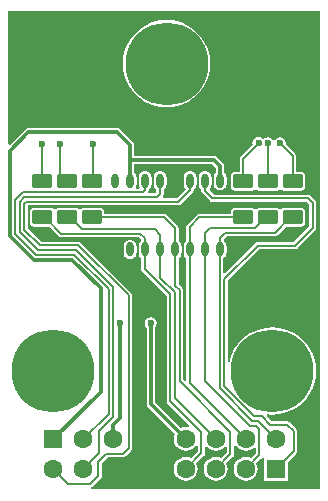
<source format=gbl>
G04 Layer_Physical_Order=2*
G04 Layer_Color=16711680*
%FSLAX44Y44*%
%MOMM*%
G71*
G01*
G75*
%ADD12C,0.2000*%
%ADD15C,0.3000*%
%ADD16C,7.0000*%
%ADD17C,1.6000*%
%ADD18R,1.6000X1.6000*%
%ADD19C,0.6000*%
%ADD20O,0.7000X1.2000*%
G04:AMPARAMS|DCode=21|XSize=1.2mm|YSize=1.7mm|CornerRadius=0.12mm|HoleSize=0mm|Usage=FLASHONLY|Rotation=270.000|XOffset=0mm|YOffset=0mm|HoleType=Round|Shape=RoundedRectangle|*
%AMROUNDEDRECTD21*
21,1,1.2000,1.4600,0,0,270.0*
21,1,0.9600,1.7000,0,0,270.0*
1,1,0.2400,-0.7300,-0.4800*
1,1,0.2400,-0.7300,0.4800*
1,1,0.2400,0.7300,0.4800*
1,1,0.2400,0.7300,-0.4800*
%
%ADD21ROUNDEDRECTD21*%
G36*
X267196Y2804D02*
X73464D01*
X73316Y4304D01*
X73921Y4424D01*
X74913Y5087D01*
X81663Y11837D01*
X82326Y12829D01*
X82559Y14000D01*
X82559Y14000D01*
Y24733D01*
X87517Y29691D01*
X100250D01*
X100250Y29691D01*
X101420Y29924D01*
X102413Y30587D01*
X107163Y35337D01*
X107163Y35337D01*
X107826Y36330D01*
X108059Y37500D01*
Y166677D01*
X108059Y166678D01*
X107826Y167848D01*
X107163Y168841D01*
X64591Y211413D01*
X63598Y212076D01*
X62428Y212309D01*
X62428Y212309D01*
X30945D01*
X19809Y223445D01*
Y242941D01*
X147000D01*
X147000Y242941D01*
X148170Y243174D01*
X149163Y243837D01*
X159213Y253887D01*
X159876Y254879D01*
X160109Y256050D01*
X160109Y256050D01*
Y256915D01*
X160973Y257577D01*
X161854Y258726D01*
X162408Y260064D01*
X162597Y261500D01*
Y266500D01*
X162408Y267936D01*
X161854Y269274D01*
X160973Y270423D01*
X159824Y271304D01*
X158486Y271858D01*
X157050Y272047D01*
X155614Y271858D01*
X154276Y271304D01*
X153127Y270423D01*
X152246Y269274D01*
X151692Y267936D01*
X151503Y266500D01*
Y261500D01*
X151692Y260064D01*
X152246Y258726D01*
X153127Y257577D01*
X153196Y256522D01*
X145733Y249059D01*
X134344D01*
X133997Y249897D01*
X133861Y250559D01*
X134476Y251479D01*
X134709Y252650D01*
Y256915D01*
X135573Y257577D01*
X136454Y258726D01*
X137008Y260064D01*
X137197Y261500D01*
Y266500D01*
X137008Y267936D01*
X136454Y269274D01*
X135573Y270423D01*
X134424Y271304D01*
X133086Y271858D01*
X131650Y272047D01*
X130214Y271858D01*
X128876Y271304D01*
X127727Y270423D01*
X126846Y269274D01*
X126292Y267936D01*
X126103Y266500D01*
Y261500D01*
X126292Y260064D01*
X126846Y258726D01*
X127727Y257577D01*
X128591Y256915D01*
Y253917D01*
X127733Y253059D01*
X122430D01*
X121629Y254559D01*
X121776Y254779D01*
X122009Y255950D01*
X122009Y255950D01*
Y256915D01*
X122873Y257577D01*
X123754Y258726D01*
X124308Y260064D01*
X124497Y261500D01*
Y266500D01*
X124308Y267936D01*
X123754Y269274D01*
X122873Y270423D01*
X121724Y271304D01*
X120386Y271858D01*
X118950Y272047D01*
X117514Y271858D01*
X116176Y271304D01*
X115027Y270423D01*
X114146Y269274D01*
X113592Y267936D01*
X113403Y266500D01*
Y261500D01*
X113592Y260064D01*
X114146Y258726D01*
X114274Y258559D01*
X113535Y257059D01*
X111665D01*
X110926Y258559D01*
X111054Y258726D01*
X111608Y260064D01*
X111797Y261500D01*
Y266500D01*
X111608Y267936D01*
X111054Y269274D01*
X110173Y270423D01*
X109819Y270694D01*
Y277931D01*
X175522D01*
X178881Y274572D01*
Y270694D01*
X178527Y270423D01*
X177646Y269274D01*
X177092Y267936D01*
X176903Y266500D01*
Y261500D01*
X177092Y260064D01*
X177646Y258726D01*
X178527Y257577D01*
X179676Y256696D01*
X181014Y256142D01*
X182450Y255952D01*
X183886Y256142D01*
X185224Y256696D01*
X186373Y257577D01*
X187254Y258726D01*
X187808Y260064D01*
X187997Y261500D01*
Y266500D01*
X187808Y267936D01*
X187254Y269274D01*
X186373Y270423D01*
X186019Y270694D01*
Y276050D01*
X185747Y277416D01*
X184973Y278573D01*
X179523Y284023D01*
X178366Y284797D01*
X177000Y285069D01*
X109819D01*
Y294000D01*
X109547Y295366D01*
X108773Y296523D01*
X97523Y307773D01*
X96366Y308547D01*
X95000Y308819D01*
X20250D01*
X18884Y308547D01*
X17727Y307773D01*
X4190Y294236D01*
X2804Y294810D01*
Y407196D01*
X267196D01*
Y2804D01*
D02*
G37*
%LPC*%
G36*
X137110Y400079D02*
X132270Y399762D01*
X127513Y398816D01*
X122920Y397257D01*
X118570Y395112D01*
X114537Y392417D01*
X110891Y389219D01*
X107693Y385573D01*
X104998Y381540D01*
X102853Y377190D01*
X101294Y372597D01*
X100348Y367840D01*
X100031Y363000D01*
X100348Y358160D01*
X101294Y353403D01*
X102853Y348810D01*
X104998Y344460D01*
X107693Y340428D01*
X110891Y336781D01*
X114537Y333583D01*
X118570Y330888D01*
X122920Y328743D01*
X127513Y327184D01*
X132270Y326238D01*
X137110Y325921D01*
X141950Y326238D01*
X146707Y327184D01*
X151300Y328743D01*
X155650Y330888D01*
X159683Y333583D01*
X163329Y336781D01*
X166527Y340428D01*
X169222Y344460D01*
X171367Y348810D01*
X172926Y353403D01*
X173872Y358160D01*
X174189Y363000D01*
X173872Y367840D01*
X172926Y372597D01*
X171367Y377190D01*
X169222Y381540D01*
X166527Y385573D01*
X163329Y389219D01*
X159683Y392417D01*
X155650Y395112D01*
X151300Y397257D01*
X146707Y398816D01*
X141950Y399762D01*
X137110Y400079D01*
D02*
G37*
G36*
X215000Y300848D02*
X213049Y300460D01*
X211395Y299355D01*
X210290Y297701D01*
X209902Y295750D01*
X210072Y294897D01*
X199837Y284663D01*
X199174Y283671D01*
X198941Y282500D01*
X198941Y282500D01*
Y271563D01*
X194700D01*
X193451Y271314D01*
X192393Y270607D01*
X191686Y269549D01*
X191437Y268300D01*
Y258700D01*
X191686Y257451D01*
X192393Y256393D01*
X193451Y255686D01*
X194700Y255437D01*
X209300D01*
X210549Y255686D01*
X211607Y256393D01*
X213393D01*
X214452Y255686D01*
X215700Y255437D01*
X230300D01*
X231549Y255686D01*
X232607Y256393D01*
X234393D01*
X235451Y255686D01*
X236700Y255437D01*
X251300D01*
X252549Y255686D01*
X253607Y256393D01*
X254314Y257451D01*
X254563Y258700D01*
Y268300D01*
X254314Y269549D01*
X253607Y270607D01*
X252549Y271314D01*
X251300Y271563D01*
X247059D01*
Y284500D01*
X247059Y284500D01*
X246826Y285671D01*
X246163Y286663D01*
X237970Y294856D01*
X238098Y295500D01*
X237710Y297451D01*
X236605Y299105D01*
X234951Y300210D01*
X233000Y300598D01*
X231049Y300210D01*
X229395Y299105D01*
X228902Y298367D01*
X227098D01*
X226605Y299105D01*
X224951Y300210D01*
X223000Y300598D01*
X221049Y300210D01*
X220211Y299650D01*
X218787Y299388D01*
X218020Y299746D01*
X216951Y300460D01*
X215000Y300848D01*
D02*
G37*
G36*
X169750Y272047D02*
X168314Y271858D01*
X166976Y271304D01*
X165827Y270423D01*
X164946Y269274D01*
X164392Y267936D01*
X164203Y266500D01*
Y261500D01*
X164392Y260064D01*
X164946Y258726D01*
X165827Y257577D01*
X166691Y256915D01*
Y255250D01*
X166691Y255250D01*
X166924Y254079D01*
X167587Y253087D01*
X173837Y246837D01*
X173837Y246837D01*
X174830Y246174D01*
X176000Y245941D01*
X176000Y245941D01*
X255733D01*
X257941Y243733D01*
Y225267D01*
X244733Y212059D01*
X214250D01*
X214250Y212059D01*
X213079Y211826D01*
X212087Y211163D01*
X212087Y211163D01*
X186445Y185520D01*
X185059Y186094D01*
Y198377D01*
X185224Y198446D01*
X186373Y199327D01*
X187254Y200476D01*
X187808Y201814D01*
X187997Y203250D01*
Y208250D01*
X187808Y209686D01*
X187254Y211024D01*
X186373Y212173D01*
X185509Y212836D01*
Y214433D01*
X188017Y216941D01*
X229000D01*
X229000Y216941D01*
X230171Y217174D01*
X231163Y217837D01*
X238263Y224937D01*
X251300D01*
X252549Y225186D01*
X253607Y225893D01*
X254314Y226952D01*
X254563Y228200D01*
Y237800D01*
X254314Y239049D01*
X253607Y240107D01*
X252549Y240814D01*
X251300Y241063D01*
X236700D01*
X235451Y240814D01*
X234393Y240107D01*
X232607D01*
X231549Y240814D01*
X230300Y241063D01*
X215700D01*
X214452Y240814D01*
X213393Y240107D01*
X211607D01*
X210549Y240814D01*
X209300Y241063D01*
X194700D01*
X193451Y240814D01*
X192393Y240107D01*
X191686Y239049D01*
X191437Y237800D01*
Y236059D01*
X165000D01*
X165000Y236059D01*
X163829Y235826D01*
X162837Y235163D01*
X154887Y227213D01*
X154224Y226221D01*
X153991Y225050D01*
X153991Y225050D01*
Y212836D01*
X153127Y212173D01*
X152246Y211024D01*
X151692Y209686D01*
X151503Y208250D01*
Y203250D01*
X151692Y201814D01*
X152246Y200476D01*
X153127Y199327D01*
X153991Y198664D01*
Y95044D01*
X152605Y94470D01*
X151309Y95767D01*
Y171064D01*
X151309Y171064D01*
X151076Y172234D01*
X150413Y173227D01*
X150413Y173227D01*
X147409Y176231D01*
Y198664D01*
X148273Y199327D01*
X149154Y200476D01*
X149708Y201814D01*
X149897Y203250D01*
Y208250D01*
X149708Y209686D01*
X149154Y211024D01*
X148273Y212173D01*
X147409Y212836D01*
Y223650D01*
X147409Y223650D01*
X147176Y224820D01*
X146513Y225813D01*
X137163Y235163D01*
X136171Y235826D01*
X135000Y236059D01*
X135000Y236059D01*
X84563D01*
Y237800D01*
X84314Y239049D01*
X83607Y240107D01*
X82549Y240814D01*
X81300Y241063D01*
X66700D01*
X65451Y240814D01*
X64393Y240107D01*
X62607D01*
X61549Y240814D01*
X60300Y241063D01*
X45700D01*
X44451Y240814D01*
X43393Y240107D01*
X41607D01*
X40549Y240814D01*
X39300Y241063D01*
X24700D01*
X23451Y240814D01*
X22393Y240107D01*
X21686Y239049D01*
X21437Y237800D01*
Y228200D01*
X21686Y226952D01*
X22393Y225893D01*
X23451Y225186D01*
X24700Y224937D01*
X37737D01*
X45837Y216837D01*
X46829Y216174D01*
X48000Y215941D01*
X113733D01*
X115507Y214167D01*
X115424Y212477D01*
X115027Y212173D01*
X114146Y211024D01*
X113592Y209686D01*
X113403Y208250D01*
Y203250D01*
X113592Y201814D01*
X114146Y200476D01*
X115027Y199327D01*
X115691Y198818D01*
Y189250D01*
X115691Y189250D01*
X115924Y188079D01*
X116587Y187087D01*
X137191Y166483D01*
Y77000D01*
X137191Y77000D01*
X137424Y75830D01*
X138087Y74837D01*
X156554Y56370D01*
X156113Y55347D01*
X155788Y55015D01*
X153350Y55336D01*
X150739Y54993D01*
X149265Y54382D01*
X127319Y76328D01*
Y139371D01*
X127355Y139395D01*
X128460Y141049D01*
X128848Y143000D01*
X128460Y144951D01*
X127355Y146605D01*
X125701Y147710D01*
X123750Y148098D01*
X121799Y147710D01*
X120145Y146605D01*
X119040Y144951D01*
X118652Y143000D01*
X119040Y141049D01*
X120145Y139395D01*
X120181Y139371D01*
Y74850D01*
X120453Y73484D01*
X121227Y72327D01*
X144218Y49335D01*
X143607Y47860D01*
X143264Y45250D01*
X143607Y42639D01*
X144615Y40207D01*
X146218Y38118D01*
X148307Y36515D01*
X150739Y35507D01*
X153350Y35164D01*
X155961Y35507D01*
X158393Y36515D01*
X160482Y38118D01*
X161941Y40019D01*
X162612Y39972D01*
X163441Y39603D01*
Y34267D01*
X157945Y28771D01*
X155961Y29593D01*
X153350Y29936D01*
X150739Y29593D01*
X148307Y28585D01*
X146218Y26982D01*
X144615Y24893D01*
X143607Y22460D01*
X143264Y19850D01*
X143607Y17240D01*
X144615Y14807D01*
X146218Y12718D01*
X148307Y11115D01*
X150739Y10107D01*
X153350Y9764D01*
X155961Y10107D01*
X158393Y11115D01*
X160482Y12718D01*
X162085Y14807D01*
X163093Y17240D01*
X163436Y19850D01*
X163093Y22460D01*
X162271Y24445D01*
X168663Y30837D01*
X169326Y31830D01*
X169559Y33000D01*
X169559Y33000D01*
Y38338D01*
X171059Y38847D01*
X171618Y38118D01*
X173707Y36515D01*
X176140Y35507D01*
X178750Y35164D01*
X181360Y35507D01*
X183793Y36515D01*
X185882Y38118D01*
X186691Y39172D01*
X188191Y38663D01*
Y33617D01*
X183345Y28771D01*
X181360Y29593D01*
X178750Y29936D01*
X176140Y29593D01*
X173707Y28585D01*
X171618Y26982D01*
X170015Y24893D01*
X169007Y22460D01*
X168664Y19850D01*
X169007Y17240D01*
X170015Y14807D01*
X171618Y12718D01*
X173707Y11115D01*
X176140Y10107D01*
X178750Y9764D01*
X181360Y10107D01*
X183793Y11115D01*
X185882Y12718D01*
X187485Y14807D01*
X188493Y17240D01*
X188836Y19850D01*
X188493Y22460D01*
X187671Y24445D01*
X193413Y30187D01*
X193413Y30187D01*
X194076Y31179D01*
X194309Y32350D01*
Y39185D01*
X195809Y39694D01*
X197018Y38118D01*
X199107Y36515D01*
X201539Y35507D01*
X204150Y35164D01*
X206761Y35507D01*
X209193Y36515D01*
X211191Y38048D01*
X211800Y37942D01*
X212691Y37640D01*
Y32717D01*
X208745Y28771D01*
X206761Y29593D01*
X204150Y29936D01*
X201539Y29593D01*
X199107Y28585D01*
X197018Y26982D01*
X195415Y24893D01*
X194407Y22460D01*
X194064Y19850D01*
X194407Y17240D01*
X195415Y14807D01*
X197018Y12718D01*
X199107Y11115D01*
X201539Y10107D01*
X204150Y9764D01*
X206761Y10107D01*
X209193Y11115D01*
X211282Y12718D01*
X212885Y14807D01*
X213893Y17240D01*
X214236Y19850D01*
X213893Y22460D01*
X213071Y24445D01*
X217151Y28525D01*
X218188Y29451D01*
X219550Y29037D01*
X219550Y28522D01*
X219550Y28522D01*
X219550Y28518D01*
Y9850D01*
X239550D01*
Y25524D01*
X246913Y32887D01*
X246913Y32887D01*
X247576Y33879D01*
X247809Y35050D01*
X247809Y35050D01*
Y51750D01*
X247576Y52920D01*
X246913Y53913D01*
X241663Y59163D01*
X240671Y59826D01*
X239500Y60059D01*
X239500Y60059D01*
X226267D01*
X221836Y64489D01*
X222498Y65949D01*
X226750Y65671D01*
X231590Y65988D01*
X236347Y66934D01*
X240940Y68493D01*
X245290Y70638D01*
X249322Y73333D01*
X252969Y76531D01*
X256167Y80177D01*
X258862Y84210D01*
X261007Y88560D01*
X262566Y93153D01*
X263512Y97910D01*
X263829Y102750D01*
X263512Y107590D01*
X262566Y112347D01*
X261007Y116940D01*
X258862Y121290D01*
X256167Y125323D01*
X252969Y128969D01*
X249322Y132167D01*
X245290Y134862D01*
X240940Y137007D01*
X236347Y138566D01*
X231590Y139512D01*
X226750Y139829D01*
X221910Y139512D01*
X217153Y138566D01*
X212560Y137007D01*
X208210Y134862D01*
X204177Y132167D01*
X200531Y128969D01*
X197333Y125323D01*
X194638Y121290D01*
X192493Y116940D01*
X190934Y112347D01*
X190559Y110460D01*
X189059Y110608D01*
Y179483D01*
X215517Y205941D01*
X246000D01*
X246000Y205941D01*
X247171Y206174D01*
X248163Y206837D01*
X263163Y221837D01*
X263163Y221837D01*
X263826Y222829D01*
X264059Y224000D01*
X264059Y224000D01*
Y245000D01*
X264059Y245000D01*
X263826Y246171D01*
X263163Y247163D01*
X263163Y247163D01*
X259163Y251163D01*
X258171Y251826D01*
X257000Y252059D01*
X257000Y252059D01*
X177267D01*
X173627Y255699D01*
X173673Y257577D01*
X174554Y258726D01*
X175108Y260064D01*
X175297Y261500D01*
Y266500D01*
X175108Y267936D01*
X174554Y269274D01*
X173673Y270423D01*
X172524Y271304D01*
X171186Y271858D01*
X169750Y272047D01*
D02*
G37*
G36*
X106250Y213797D02*
X104814Y213608D01*
X103476Y213054D01*
X102327Y212173D01*
X101446Y211024D01*
X100892Y209686D01*
X100703Y208250D01*
Y203250D01*
X100892Y201814D01*
X101446Y200476D01*
X102327Y199327D01*
X103476Y198446D01*
X104814Y197892D01*
X106250Y197703D01*
X107686Y197892D01*
X109024Y198446D01*
X110173Y199327D01*
X111054Y200476D01*
X111608Y201814D01*
X111797Y203250D01*
Y208250D01*
X111608Y209686D01*
X111054Y211024D01*
X110173Y212173D01*
X109024Y213054D01*
X107686Y213608D01*
X106250Y213797D01*
D02*
G37*
%LPD*%
D12*
X75000Y263500D02*
Y295250D01*
X202000Y282500D02*
X215250Y295750D01*
X72750Y7250D02*
X79500Y14000D01*
X53900Y7250D02*
X72750D01*
X41300Y19850D02*
X53900Y7250D01*
X105000Y37500D02*
Y166678D01*
X29678Y209250D02*
X62428D01*
X92000Y64000D02*
Y174021D01*
X28021Y205250D02*
X60771D01*
X88000Y66550D02*
Y172364D01*
X26364Y201250D02*
X59114D01*
X88000Y172364D01*
X60771Y205250D02*
X92000Y174021D01*
X62428Y209250D02*
X105000Y166678D01*
X16750Y222178D02*
X29678Y209250D01*
X12750Y220521D02*
X28021Y205250D01*
X8750Y218864D02*
X26364Y201250D01*
X16750Y222178D02*
Y244250D01*
X12750Y220521D02*
Y245907D01*
X8750Y218864D02*
Y247564D01*
X15186Y254000D02*
X117000D01*
X16843Y250000D02*
X129000D01*
X12750Y245907D02*
X16843Y250000D01*
X8750Y247564D02*
X15186Y254000D01*
X18500Y246000D02*
X147000D01*
X16750Y244250D02*
X18500Y246000D01*
X118750Y204050D02*
X120200Y205500D01*
X132000Y181657D02*
Y206100D01*
X144350Y174964D02*
Y205750D01*
Y174964D02*
X148250Y171064D01*
Y94500D02*
Y171064D01*
Y94500D02*
X191250Y51500D01*
X144250Y79750D02*
X178750Y45250D01*
X144250Y79750D02*
Y169407D01*
X132000Y181657D02*
X144250Y169407D01*
X118750Y189250D02*
Y204050D01*
Y189250D02*
X140250Y167750D01*
Y77000D02*
Y167750D01*
Y77000D02*
X166500Y50750D01*
X47000Y264250D02*
Y295250D01*
X202000Y263500D02*
Y282500D01*
X32000Y263500D02*
Y295250D01*
X244000Y263500D02*
Y284500D01*
X233000Y295500D02*
X244000Y284500D01*
X223000Y263500D02*
Y295500D01*
X79500Y14000D02*
Y26000D01*
X100250Y32750D02*
X105000Y37500D01*
X86250Y32750D02*
X100250D01*
X79500Y26000D02*
X86250Y32750D01*
X118950Y255950D02*
Y264000D01*
X117000Y254000D02*
X118950Y255950D01*
X131650Y252650D02*
Y264000D01*
X129000Y250000D02*
X131650Y252650D01*
X80000Y52000D02*
X92000Y64000D01*
X80000Y33150D02*
Y52000D01*
X66700Y45250D02*
X88000Y66550D01*
X157050Y256050D02*
Y264000D01*
X147000Y246000D02*
X157050Y256050D01*
X66700Y19850D02*
X80000Y33150D01*
X244000Y233000D02*
X247000D01*
X242000D02*
X244000D01*
X229000Y220000D02*
X242000Y233000D01*
X186750Y220000D02*
X229000D01*
X223000Y233000D02*
X226000D01*
X220750D02*
X223000D01*
X211750Y224000D02*
X220750Y233000D01*
X173750Y224000D02*
X211750D01*
X53000Y233000D02*
X55250D01*
X50000D02*
X53000D01*
X65250Y223000D02*
X127000D01*
X55250Y233000D02*
X65250Y223000D01*
X32000Y233000D02*
X34000D01*
X29000D02*
X32000D01*
X48000Y219000D02*
X115000D01*
X34000Y233000D02*
X48000Y219000D01*
X202000Y233000D02*
X205000D01*
X165000D02*
X202000D01*
X74000D02*
X135000D01*
X71000D02*
X74000D01*
X157050Y92350D02*
Y205750D01*
Y92350D02*
X204150Y45250D01*
X169750Y94696D02*
X208196Y56250D01*
X169750Y94696D02*
Y205750D01*
X182000Y88103D02*
X209853Y60250D01*
X182000Y88103D02*
Y205300D01*
X186000Y89760D02*
Y180750D01*
Y89760D02*
X211510Y64250D01*
X217750D01*
X225000Y57000D01*
X239500D01*
X244750Y51750D01*
X214550Y60250D02*
X229550Y45250D01*
X209853Y60250D02*
X214550D01*
X215750Y31450D02*
Y53393D01*
X212893Y56250D02*
X215750Y53393D01*
X208196Y56250D02*
X212893D01*
X182000Y205300D02*
X182450Y205750D01*
X186000Y180750D02*
X214250Y209000D01*
X246000D01*
X261000Y224000D01*
Y245000D01*
X257000Y249000D02*
X261000Y245000D01*
X176000Y249000D02*
X257000D01*
X169750Y255250D02*
X176000Y249000D01*
X169750Y255250D02*
Y264000D01*
Y220000D02*
X173750Y224000D01*
X182450Y205750D02*
Y215700D01*
X186750Y220000D01*
X169750Y205750D02*
Y220000D01*
X157050Y205750D02*
Y225050D01*
X165000Y233000D01*
X144350Y205750D02*
Y223650D01*
X135000Y233000D02*
X144350Y223650D01*
X131650Y205750D02*
X132000Y206100D01*
Y218000D01*
X127000Y223000D02*
X132000Y218000D01*
X118950Y205750D02*
Y215050D01*
X115000Y219000D02*
X118950Y215050D01*
X244750Y35050D02*
Y51750D01*
X229550Y19850D02*
X244750Y35050D01*
X153350Y19850D02*
X166500Y33000D01*
Y50750D01*
X191250Y32350D02*
Y51500D01*
X178750Y19850D02*
X191250Y32350D01*
X204150Y19850D02*
X215750Y31450D01*
D15*
X81250Y85200D02*
Y172750D01*
X57250Y196750D02*
X81250Y172750D01*
X24500Y196750D02*
X57250D01*
X4250Y217000D02*
X24500Y196750D01*
X4250Y217000D02*
Y289250D01*
X20250Y305250D01*
X123750Y74850D02*
X153350Y45250D01*
X123750Y74850D02*
Y143000D01*
X95000Y305250D02*
X106250Y294000D01*
X20250Y305250D02*
X95000D01*
X106250Y281500D02*
Y294000D01*
Y264000D02*
Y281500D01*
X177000D01*
X182450Y276050D01*
Y264000D02*
Y276050D01*
X41300Y45250D02*
X81250Y85200D01*
X98000Y63000D02*
Y143000D01*
X92100Y57100D02*
X98000Y63000D01*
X92100Y45250D02*
Y57100D01*
D16*
X226750Y102750D02*
D03*
X41000D02*
D03*
X137110Y363000D02*
D03*
D17*
X117500Y19850D02*
D03*
Y45250D02*
D03*
X92100D02*
D03*
Y19850D02*
D03*
X66700Y45250D02*
D03*
Y19850D02*
D03*
X41300D02*
D03*
X153350Y45250D02*
D03*
Y19850D02*
D03*
X178750D02*
D03*
Y45250D02*
D03*
X204150Y19850D02*
D03*
Y45250D02*
D03*
X229550D02*
D03*
D18*
X41300D02*
D03*
X229550Y19850D02*
D03*
D19*
X260001Y390001D02*
D03*
Y330000D02*
D03*
Y310000D02*
D03*
Y290000D02*
D03*
Y210000D02*
D03*
Y190000D02*
D03*
Y170000D02*
D03*
Y130000D02*
D03*
Y70000D02*
D03*
Y50000D02*
D03*
Y30000D02*
D03*
Y10000D02*
D03*
X255001Y400001D02*
D03*
X250001Y390001D02*
D03*
X255001Y380001D02*
D03*
Y340000D02*
D03*
Y320000D02*
D03*
Y300000D02*
D03*
Y200000D02*
D03*
Y180000D02*
D03*
X250001Y70000D02*
D03*
X255001Y60000D02*
D03*
Y40000D02*
D03*
X250001Y30000D02*
D03*
X255001Y20000D02*
D03*
X250001Y10000D02*
D03*
X245001Y400001D02*
D03*
X240001Y390001D02*
D03*
X245001Y380001D02*
D03*
X240001Y190000D02*
D03*
Y170000D02*
D03*
X245001Y60000D02*
D03*
Y20000D02*
D03*
X235001Y400001D02*
D03*
X225001D02*
D03*
X215001D02*
D03*
X205001D02*
D03*
X195001D02*
D03*
X190001Y10000D02*
D03*
X185001Y400001D02*
D03*
X180001Y390001D02*
D03*
X175001Y400001D02*
D03*
X170001Y390001D02*
D03*
X175001Y380001D02*
D03*
X170001Y10000D02*
D03*
X165001Y400001D02*
D03*
X155001D02*
D03*
X140001Y30000D02*
D03*
Y10000D02*
D03*
X130001Y50000D02*
D03*
X135001Y40000D02*
D03*
X130001Y30000D02*
D03*
X135001Y20000D02*
D03*
X130001Y10000D02*
D03*
X125001Y60000D02*
D03*
X115001Y400001D02*
D03*
Y100000D02*
D03*
Y60000D02*
D03*
X110001Y30000D02*
D03*
Y10000D02*
D03*
X105001Y400001D02*
D03*
X100001Y390001D02*
D03*
X105001Y20000D02*
D03*
X100001Y10000D02*
D03*
X95001Y400001D02*
D03*
X90001Y390001D02*
D03*
X95001Y380001D02*
D03*
Y360000D02*
D03*
X85001Y400001D02*
D03*
X80001Y390001D02*
D03*
X75001Y400001D02*
D03*
X70001Y390001D02*
D03*
X65001Y400001D02*
D03*
X60001Y390001D02*
D03*
X55001Y400001D02*
D03*
X50001Y390001D02*
D03*
X45001Y400001D02*
D03*
X40001Y390001D02*
D03*
X35001Y400001D02*
D03*
X30001Y390001D02*
D03*
X35001Y380001D02*
D03*
Y220000D02*
D03*
X25001Y400001D02*
D03*
X20001Y390001D02*
D03*
X25001Y380001D02*
D03*
X15001Y400001D02*
D03*
X10001Y390001D02*
D03*
X15001Y380001D02*
D03*
X10001Y330000D02*
D03*
Y310000D02*
D03*
X123750Y143000D02*
D03*
X47000Y295250D02*
D03*
X215000Y295750D02*
D03*
X75000Y295250D02*
D03*
X32000D02*
D03*
X233000Y295500D02*
D03*
X223000D02*
D03*
X98000Y143000D02*
D03*
D20*
X182450Y205750D02*
D03*
X169750D02*
D03*
X157050D02*
D03*
X144350D02*
D03*
X131650D02*
D03*
X118950D02*
D03*
X106250D02*
D03*
X93550D02*
D03*
X182450Y264000D02*
D03*
X169750D02*
D03*
X157050D02*
D03*
X144350D02*
D03*
X131650D02*
D03*
X118950D02*
D03*
X106250D02*
D03*
X93550D02*
D03*
D21*
X244000Y233000D02*
D03*
Y263500D02*
D03*
X223000Y233000D02*
D03*
Y263500D02*
D03*
X202000Y233000D02*
D03*
Y263500D02*
D03*
X32000Y233000D02*
D03*
Y263500D02*
D03*
X53000Y233000D02*
D03*
Y263500D02*
D03*
X74000Y233000D02*
D03*
Y263500D02*
D03*
M02*

</source>
